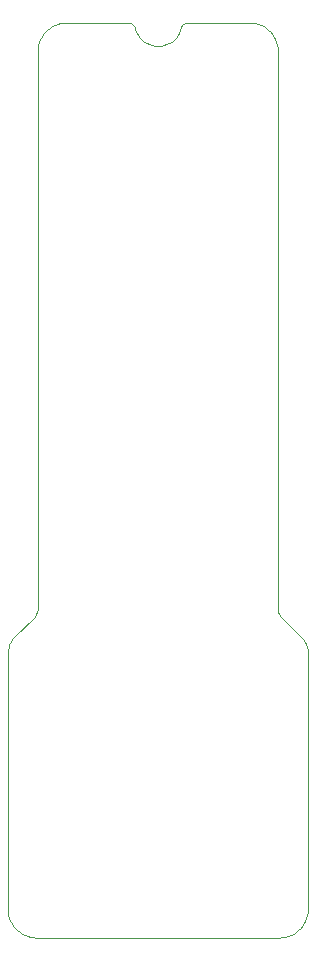
<source format=gm1>
G04*
G04 #@! TF.GenerationSoftware,Altium Limited,Altium Designer,21.0.9 (235)*
G04*
G04 Layer_Color=16711935*
%FSLAX25Y25*%
%MOIN*%
G70*
G04*
G04 #@! TF.SameCoordinates,D00D0935-9F2D-4F80-BADC-0BB803B56EC7*
G04*
G04*
G04 #@! TF.FilePolarity,Positive*
G04*
G01*
G75*
%ADD10C,0.00394*%
%ADD23C,0.00197*%
D10*
X9600Y100D02*
X90600Y100D01*
X100100Y9600D02*
Y95100D01*
X91161Y107039D02*
X97979Y100221D01*
X90100Y109600D02*
X90100Y295600D01*
D23*
X19600Y305092D02*
X18607Y305041D01*
X17626Y304886D01*
X16665Y304629D01*
X15737Y304273D01*
X14851Y303822D01*
X14018Y303281D01*
X13245Y302656D01*
X12542Y301953D01*
X11916Y301181D01*
X11374Y300347D01*
X10923Y299462D01*
X10566Y298534D01*
X10308Y297574D01*
X10152Y296593D01*
X10100Y295600D01*
X42380Y303550D02*
X41888Y304354D01*
X41118Y304898D01*
X40195Y305092D01*
X90100Y295600D02*
X90049Y296591D01*
X89895Y297571D01*
X89639Y298530D01*
X89285Y299457D01*
X88835Y300342D01*
X88296Y301175D01*
X87672Y301947D01*
X86971Y302649D01*
X86201Y303275D01*
X85369Y303817D01*
X84485Y304268D01*
X83559Y304625D01*
X82601Y304883D01*
X81621Y305039D01*
X80630Y305092D01*
X60005Y305092D02*
X59083Y304898D01*
X58312Y304354D01*
X57820Y303550D01*
X42380Y303550D02*
X42633Y302601D01*
X43002Y301691D01*
X43482Y300834D01*
X44064Y300044D01*
X44740Y299332D01*
X45500Y298709D01*
X46331Y298187D01*
X47221Y297771D01*
X48155Y297470D01*
X49120Y297287D01*
X50100Y297226D01*
X51080Y297287D01*
X52045Y297470D01*
X52979Y297771D01*
X53869Y298187D01*
X54700Y298709D01*
X55460Y299332D01*
X56136Y300044D01*
X56718Y300834D01*
X57198Y301691D01*
X57567Y302601D01*
X57820Y303550D01*
X9039Y107039D02*
X9615Y107789D01*
X9977Y108663D01*
X10100Y109600D01*
X2221Y100221D02*
X1597Y99509D01*
X1070Y98721D01*
X651Y97872D01*
X347Y96974D01*
X162Y96045D01*
X100Y95100D01*
X90100Y109600D02*
X90223Y108663D01*
X90585Y107789D01*
X91161Y107039D01*
X100100Y95100D02*
X100038Y96045D01*
X99853Y96974D01*
X99549Y97872D01*
X99130Y98721D01*
X98603Y99509D01*
X97979Y100221D01*
X90600Y100D02*
X91593Y152D01*
X92575Y308D01*
X93536Y565D01*
X94464Y921D01*
X95350Y1373D01*
X96184Y1914D01*
X96957Y2540D01*
X97660Y3243D01*
X98286Y4016D01*
X98827Y4850D01*
X99279Y5736D01*
X99635Y6664D01*
X99892Y7625D01*
X100048Y8607D01*
X100100Y9600D01*
X100Y9600D02*
X152Y8607D01*
X308Y7625D01*
X565Y6664D01*
X921Y5736D01*
X1373Y4850D01*
X1914Y4016D01*
X2540Y3243D01*
X3243Y2540D01*
X4016Y1914D01*
X4850Y1373D01*
X5736Y921D01*
X6664Y565D01*
X7625Y308D01*
X8607Y152D01*
X9600Y100D01*
X19600Y305092D02*
X40195D01*
X60005D02*
X80630D01*
X2221Y100221D02*
X9039Y107039D01*
X100Y9600D02*
Y95100D01*
X10100Y109600D02*
Y295600D01*
M02*

</source>
